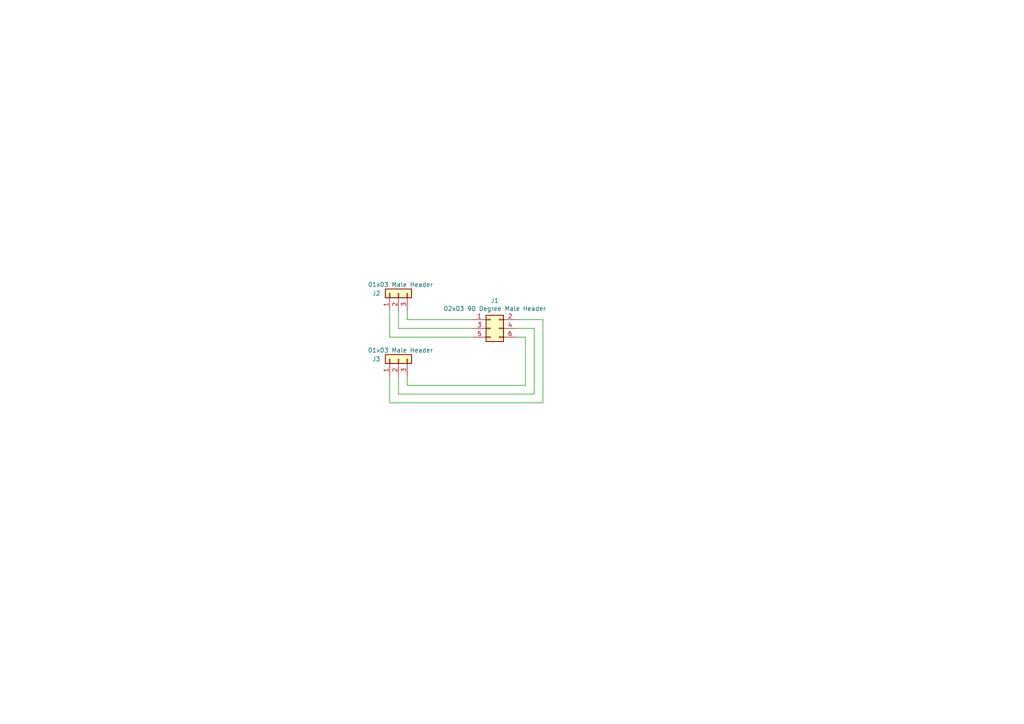
<source format=kicad_sch>
(kicad_sch (version 20210621) (generator eeschema)
  (paper "A4")
  (title_block (title "Atmel ICE ISP Breakout Breadboard Breakout") (date "2021-06-02") (rev "1.0"))
  (lib_symbols
    (symbol "Connector_Generic:Conn_01x03" (pin_names (offset 1.016) hide)
      (property "Reference" "J" (at 0 5.08 0))
      (property "Value" "Conn_01x03" (at 0 -5.08 0))
      (symbol "Conn_01x03_1_1"
        (rectangle (start -1.27 -2.413) (end 0 -2.667) (stroke (width 0.1524)))
        (rectangle (start -1.27 0.127) (end 0 -0.127) (stroke (width 0.1524)))
        (rectangle (start -1.27 2.667) (end 0 2.413) (stroke (width 0.1524)))
        (rectangle (start -1.27 3.81) (end 1.27 -3.81) (stroke (width 0.254)) (fill (type background)))
        (pin passive line (at -5.08 2.54 0) (length 3.81) (name "Pin_1") (number "1"))
        (pin passive line (at -5.08 0 0) (length 3.81) (name "Pin_2") (number "2"))
        (pin passive line (at -5.08 -2.54 0) (length 3.81) (name "Pin_3") (number "3"))
      )
    )
    (symbol "Connector_Generic:Conn_02x03_Odd_Even" (pin_names (offset 1.016) hide)
      (property "Reference" "J" (at 1.27 5.08 0))
      (property "Value" "Conn_02x03_Odd_Even" (at 1.27 -5.08 0))
      (symbol "Conn_02x03_Odd_Even_1_1"
        (rectangle (start -1.27 -2.413) (end 0 -2.667) (stroke (width 0.1524)))
        (rectangle (start -1.27 0.127) (end 0 -0.127) (stroke (width 0.1524)))
        (rectangle (start -1.27 2.667) (end 0 2.413) (stroke (width 0.1524)))
        (rectangle (start 3.81 -2.413) (end 2.54 -2.667) (stroke (width 0.1524)))
        (rectangle (start 3.81 0.127) (end 2.54 -0.127) (stroke (width 0.1524)))
        (rectangle (start 3.81 2.667) (end 2.54 2.413) (stroke (width 0.1524)))
        (rectangle (start -1.27 3.81) (end 3.81 -3.81) (stroke (width 0.254)) (fill (type background)))
        (pin passive line (at -5.08 2.54 0) (length 3.81) (name "Pin_1") (number "1"))
        (pin passive line (at 7.62 2.54 180) (length 3.81) (name "Pin_2") (number "2"))
        (pin passive line (at -5.08 0 0) (length 3.81) (name "Pin_3") (number "3"))
        (pin passive line (at 7.62 0 180) (length 3.81) (name "Pin_4") (number "4"))
        (pin passive line (at -5.08 -2.54 0) (length 3.81) (name "Pin_5") (number "5"))
        (pin passive line (at 7.62 -2.54 180) (length 3.81) (name "Pin_6") (number "6"))
      )
    )
  )
  (wire (pts (xy 113.03 90.17) (xy 113.03 97.79)))
  (wire (pts (xy 113.03 97.79) (xy 137.16 97.79)))
  (wire (pts (xy 113.03 109.22) (xy 113.03 116.84)))
  (wire (pts (xy 113.03 116.84) (xy 157.48 116.84)))
  (wire (pts (xy 115.57 90.17) (xy 115.57 95.25)))
  (wire (pts (xy 115.57 95.25) (xy 137.16 95.25)))
  (wire (pts (xy 115.57 109.22) (xy 115.57 114.3)))
  (wire (pts (xy 115.57 114.3) (xy 154.94 114.3)))
  (wire (pts (xy 118.11 90.17) (xy 118.11 92.71)))
  (wire (pts (xy 118.11 92.71) (xy 137.16 92.71)))
  (wire (pts (xy 118.11 109.22) (xy 118.11 111.76)))
  (wire (pts (xy 118.11 111.76) (xy 152.4 111.76)))
  (wire (pts (xy 149.86 97.79) (xy 152.4 97.79)))
  (wire (pts (xy 152.4 111.76) (xy 152.4 97.79)))
  (wire (pts (xy 154.94 95.25) (xy 149.86 95.25)))
  (wire (pts (xy 154.94 114.3) (xy 154.94 95.25)))
  (wire (pts (xy 157.48 92.71) (xy 149.86 92.71)))
  (wire (pts (xy 157.48 116.84) (xy 157.48 92.71)))
  (symbol (lib_id "Connector_Generic:Conn_01x03") (at 115.57 85.09 90) (unit 1)
    (property "Reference" "J2" (at 107.95 85.09 90) (effects (justify right)))
    (property "Value" "01x03 Male Header" (at 106.68 82.55 90) (effects (justify right)))
    (property "Footprint" "Connector_PinHeader_2.54mm:PinHeader_1x03_P2.54mm_Vertical" (effects hide))
  )
  (symbol (lib_id "Connector_Generic:Conn_01x03") (at 115.57 104.14 90) (unit 1)
    (property "Reference" "J3" (at 107.95 104.14 90) (effects (justify right)))
    (property "Value" "01x03 Male Header" (at 106.68 101.6 90) (effects (justify right)))
    (property "Footprint" "Connector_PinHeader_2.54mm:PinHeader_1x03_P2.54mm_Vertical" (effects hide))
  )
  (symbol (lib_id "Connector_Generic:Conn_02x03_Odd_Even") (at 142.24 95.25 0) (unit 1)
    (property "Reference" "J1" (at 143.51 87.1982 0))
    (property "Value" "02x03 90 Degree Male Header" (at 143.51 89.5096 0))
    (property "Footprint" "Connector_PinHeader_2.54mm:PinHeader_2x03_P2.54mm_Horizontal" (effects hide))
  )
)
</source>
